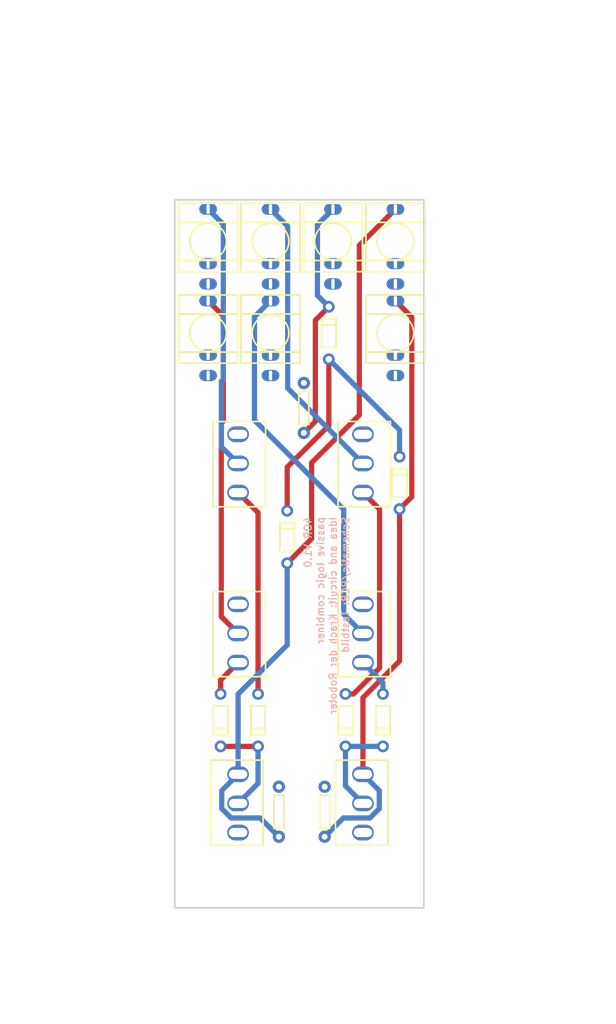
<source format=kicad_pcb>
(kicad_pcb (version 20171130) (host pcbnew "(5.1.5)-3") (page "A4") (layers (0 "F.Cu" signal) (31 "B.Cu" signal) (32 "B.Adhes" user) (33 "F.Adhes" user) (34 "B.Paste" user) (35 "F.Paste" user) (36 "B.SilkS" user) (37 "F.SilkS" user) (38 "B.Mask" user) (39 "F.Mask" user) (40 "Dwgs.User" user) (41 "Cmts.User" user) (42 "Eco1.User" user) (43 "Eco2.User" user) (44 "Edge.Cuts" user) (45 "Margin" user) (46 "B.CrtYd" user) (47 "F.CrtYd" user) (48 "B.Fab" user hide) (49 "F.Fab" user hide)) (net 0 "") (net 1 "D2_1") (net 2 "D2_2") (net 3 "D5_2") (net 4 "GND") (net 5 "J1_3") (net 6 "J3_3") (net 7 "J4_3") (net 8 "J5_3") (net 9 "J6_3") (net 10 "J7_3") (net 11 "U2_1") (net 12 "U2_2") (net 13 "U3_2") (net 14 "U4_2") (net 15 "U6_1") (segment (start 33.783 154.539) (end 30.846 151.602) (width 0.8) (layer "B.Cu") (net 7)) (segment (start 30.846 151.602) (end 30.846 135.627) (width 0.8) (layer "B.Cu") (net 7)) (segment (start 30.846 135.627) (end 17.231 122.011) (width 0.8) (layer "B.Cu") (net 7)) (segment (start 17.231 122.011) (end 17.231 106.246) (width 0.8) (layer "B.Cu") (net 7)) (segment (start 17.231 106.246) (end 19.685 103.792) (width 0.8) (layer "B.Cu") (net 7)) (segment (start 14.733 128.61) (end 12.182 126.06) (width 0.8) (layer "B.Cu") (net 5)) (segment (start 12.182 126.06) (end 12.182 116.103) (width 0.8) (layer "B.Cu") (net 5)) (segment (start 12.182 116.103) (end 12.48 115.806) (width 0.8) (layer "B.Cu") (net 5)) (segment (start 12.48 115.806) (end 12.48 92.142) (width 0.8) (layer "B.Cu") (net 5)) (segment (start 12.48 92.142) (end 10.16 89.822) (width 0.8) (layer "B.Cu") (net 5)) (segment (start 33.783 180.467) (end 31.115 177.799) (width 0.8) (layer "B.Cu") (net 15)) (segment (start 31.115 177.799) (end 31.115 171.767) (width 0.8) (layer "B.Cu") (net 15)) (segment (start 36.83 171.767) (end 31.115 171.767) (width 0.8) (layer "B.Cu") (net 15)) (segment (start 33.783 128.61) (end 22.303 117.131) (width 0.8) (layer "B.Cu") (net 6)) (segment (start 22.303 117.131) (end 22.303 92.44) (width 0.8) (layer "B.Cu") (net 6)) (segment (start 22.303 92.44) (end 19.685 89.822) (width 0.8) (layer "B.Cu") (net 6)) (segment (start 33.783 158.984) (end 36.83 162.031) (width 0.8) (layer "B.Cu") (net 14)) (segment (start 36.83 162.031) (end 36.83 163.767) (width 0.8) (layer "B.Cu") (net 14)) (segment (start 28.575 112.712) (end 39.37 123.507) (width 0.8) (layer "B.Cu") (net 3)) (segment (start 39.37 123.507) (end 39.37 127.572) (width 0.8) (layer "B.Cu") (net 3)) (segment (start 20.955 185.547) (end 18.098 182.69) (width 0.8) (layer "B.Cu") (net 8)) (segment (start 18.098 182.69) (end 13.67 182.69) (width 0.8) (layer "B.Cu") (net 8)) (segment (start 13.67 182.69) (end 12.243 181.263) (width 0.8) (layer "B.Cu") (net 8)) (segment (start 12.243 181.263) (end 12.243 178.512) (width 0.8) (layer "B.Cu") (net 8)) (segment (start 12.243 178.512) (end 14.733 176.022) (width 0.8) (layer "B.Cu") (net 8)) (segment (start 14.733 176.022) (end 14.733 163.792) (width 0.8) (layer "B.Cu") (net 8)) (segment (start 14.733 163.792) (end 22.225 156.3) (width 0.8) (layer "B.Cu") (net 8)) (segment (start 22.225 156.3) (end 22.225 143.827) (width 0.8) (layer "B.Cu") (net 8)) (segment (start 33.783 176.022) (end 36.272 178.512) (width 0.8) (layer "B.Cu") (net 9)) (segment (start 36.272 178.512) (end 36.272 181.263) (width 0.8) (layer "B.Cu") (net 9)) (segment (start 36.272 181.263) (end 34.845 182.69) (width 0.8) (layer "B.Cu") (net 9)) (segment (start 34.845 182.69) (end 30.797 182.69) (width 0.8) (layer "B.Cu") (net 9)) (segment (start 30.797 182.69) (end 27.94 185.547) (width 0.8) (layer "B.Cu") (net 9)) (segment (start 14.733 180.467) (end 17.78 177.42) (width 0.8) (layer "B.Cu") (net 2)) (segment (start 17.78 177.42) (end 17.78 171.767) (width 0.8) (layer "B.Cu") (net 2)) (segment (start 28.575 104.712) (end 26.84 102.977) (width 0.8) (layer "B.Cu") (net 10)) (segment (start 26.84 102.977) (end 26.84 92.192) (width 0.8) (layer "B.Cu") (net 10)) (segment (start 26.84 92.192) (end 29.21 89.822) (width 0.8) (layer "B.Cu") (net 10)) (zone (net 4) (net_name "GND") (layer "B.Cu") (hatch edge 0.508) (connect_pads (clearance 0.254)) (polygon (pts (xy 0.635 86.487) (xy 55.245 86.487) (xy 58.42 89.662) (xy 58.42 152.527) (xy 48.895 162.052) (xy 49.53 196.977) (xy 47.625 198.882) (xy 0.635 198.882) (xy -1.27 196.977) (xy -0.635 196.342)))) (gr_text "4OR V1.0" (at 25.4 136.652 90) (layer "B.SilkS") (effects (font (size 1.1 1.1) (thickness 0.203)) (justify left mirror))) (gr_text "passive logic combiner" (at 27.305 136.652 90) (layer "B.SilkS") (effects (font (size 1.1 1.1) (thickness 0.203)) (justify left mirror))) (gr_text "Idea and circuit: Krach der Roboter" (at 29.21 136.652 90) (layer "B.SilkS") (effects (font (size 1.1 1.1) (thickness 0.203)) (justify left mirror))) (gr_text "Schematic/PCB: Testbild" (at 31.115 136.652 90) (layer "B.SilkS") (effects (font (size 1.1 1.1) (thickness 0.203)) (justify left mirror))) (gr_line (start 5.08 88.392) (end 43.08 88.392) (width 0.254) (layer "Edge.Cuts")) (gr_line (start 43.08 88.392) (end 43.08 196.392) (width 0.254) (layer "Edge.Cuts")) (gr_line (start 43.08 196.392) (end 5.08 196.392) (width 0.254) (layer "Edge.Cuts")) (gr_line (start 5.08 196.392) (end 5.08 88.392) (width 0.254) (layer "Edge.Cuts")) (segment (start 14.733 158.984) (end 12.065 161.651) (width 0.8) (layer "F.Cu") (net 12)) (segment (start 12.065 161.651) (end 12.065 163.767) (width 0.8) (layer "F.Cu") (net 12)) (segment (start 28.575 112.712) (end 28.575 122.832) (width 0.8) (layer "F.Cu") (net 3)) (segment (start 28.575 122.832) (end 22.225 129.182) (width 0.8) (layer "F.Cu") (net 3)) (segment (start 22.225 129.182) (end 22.225 135.827) (width 0.8) (layer "F.Cu") (net 3)) (segment (start 38.735 89.822) (end 33.226 95.331) (width 0.8) (layer "F.Cu") (net 8)) (segment (start 33.226 95.331) (end 33.226 121.226) (width 0.8) (layer "F.Cu") (net 8)) (segment (start 33.226 121.226) (end 25.949 128.503) (width 0.8) (layer "F.Cu") (net 8)) (segment (start 25.949 128.503) (end 25.949 140.103) (width 0.8) (layer "F.Cu") (net 8)) (segment (start 25.949 140.103) (end 22.225 143.827) (width 0.8) (layer "F.Cu") (net 8)) (segment (start 33.783 176.022) (end 33.783 164.329) (width 0.8) (layer "F.Cu") (net 9)) (segment (start 33.783 164.329) (end 39.37 158.741) (width 0.8) (layer "F.Cu") (net 9)) (segment (start 39.37 158.741) (end 39.37 135.572) (width 0.8) (layer "F.Cu") (net 9)) (segment (start 38.735 103.792) (end 41.238 106.295) (width 0.8) (layer "F.Cu") (net 9)) (segment (start 41.238 106.295) (end 41.238 133.704) (width 0.8) (layer "F.Cu") (net 9)) (segment (start 41.238 133.704) (end 39.37 135.572) (width 0.8) (layer "F.Cu") (net 9)) (segment (start 17.78 171.767) (end 12.065 171.767) (width 0.8) (layer "F.Cu") (net 2)) (segment (start 24.765 123.952) (end 26.522 122.195) (width 0.8) (layer "F.Cu") (net 10)) (segment (start 26.522 122.195) (end 26.522 106.765) (width 0.8) (layer "F.Cu") (net 10)) (segment (start 26.522 106.765) (end 28.575 104.712) (width 0.8) (layer "F.Cu") (net 10)) (segment (start 33.783 133.055) (end 36.322 135.595) (width 0.8) (layer "F.Cu") (net 13)) (segment (start 36.322 135.595) (end 36.322 159.797) (width 0.8) (layer "F.Cu") (net 13)) (segment (start 36.322 159.797) (end 32.352 163.767) (width 0.8) (layer "F.Cu") (net 13)) (segment (start 32.352 163.767) (end 31.115 163.767) (width 0.8) (layer "F.Cu") (net 13)) (segment (start 14.733 133.055) (end 17.78 136.103) (width 0.8) (layer "F.Cu") (net 1)) (segment (start 17.78 136.103) (end 17.78 163.767) (width 0.8) (layer "F.Cu") (net 1)) (segment (start 14.733 154.539) (end 12.172 151.978) (width 0.8) (layer "F.Cu") (net 11)) (segment (start 12.172 151.978) (end 12.172 122.454) (width 0.8) (layer "F.Cu") (net 11)) (segment (start 12.172 122.454) (end 12.475 122.151) (width 0.8) (layer "F.Cu") (net 11)) (segment (start 12.475 122.151) (end 12.475 106.107) (width 0.8) (layer "F.Cu") (net 11)) (segment (start 12.475 106.107) (end 10.16 103.792) (width 0.8) (layer "F.Cu") (net 11)) (zone (net 4) (net_name "GND") (layer "F.Cu") (hatch edge 0.508) (connect_pads (clearance 0.254)) (polygon (pts (xy -18.415 57.912) (xy 1.27 77.597) (xy 72.39 77.597) (xy 58.42 91.567) (xy 58.42 194.437) (xy 38.735 214.122) (xy 11.43 214.122) (xy -13.97 188.722) (xy -19.685 188.722) (xy -21.59 188.722)))) (module "easyeda:DO-35_BD2.0-L4.0-P8.00-D0.5-FD" (layer "F.Cu") (at 12.065 167.767 -90) (fp_text value "1N4148" (at 2.54 -2.54 90) (layer "F.Fab") (effects (font (size 1.143 1.143) (thickness 0.152)) (justify left))) (fp_text reference "D1" (at -0.254 -1.524 -90) (layer "F.SilkS") hide (effects (font (size 1.143 1.143) (thickness 0.152)) (justify left))) (fp_line (start 2.2 1.1) (end -2.2 1.1) (width 0.254) (layer "F.SilkS")) (fp_line (start 2.2 -1.1) (end -2.2 -1.1) (width 0.254) (layer "F.SilkS")) (fp_line (start 2.2 1.1) (end 2.2 -1.1) (width 0.254) (layer "F.SilkS")) (fp_line (start -2.2 1.1) (end -2.2 -1.1) (width 0.254) (layer "F.SilkS")) (fp_line (start 1.261 1.1) (end 1.261 -1.1) (width 0.254) (layer "F.SilkS")) (pad 1 thru_hole circle (at -4 0 -90) (size 1.8 1.8) (layers "*.Cu" "*.Paste" "*.Mask") (drill 1) (net 12 "U2_2")) (pad 2 thru_hole circle (at 4 0 -90) (size 1.8 1.8) (layers "*.Cu" "*.Paste" "*.Mask") (drill 1) (net 2 "D2_2")) (fp_text user gge620e2a0672625b0d (at 0 0) (layer "Cmts.User") (effects (font (size 1 1) (thickness 0.15))))) (module "easyeda:DO-35_BD2.0-L4.0-P8.00-D0.5-FD" (layer "F.Cu") (at 17.78 167.767 -90) (fp_text value "1N4148" (at 2.54 -2.54 90) (layer "F.Fab") (effects (font (size 1.143 1.143) (thickness 0.152)) (justify left))) (fp_text reference "D2" (at -0.254 -1.524 -90) (layer "F.SilkS") hide (effects (font (size 1.143 1.143) (thickness 0.152)) (justify left))) (fp_line (start 2.2 1.1) (end -2.2 1.1) (width 0.254) (layer "F.SilkS")) (fp_line (start 2.2 -1.1) (end -2.2 -1.1) (width 0.254) (layer "F.SilkS")) (fp_line (start 2.2 1.1) (end 2.2 -1.1) (width 0.254) (layer "F.SilkS")) (fp_line (start -2.2 1.1) (end -2.2 -1.1) (width 0.254) (layer "F.SilkS")) (fp_line (start 1.261 1.1) (end 1.261 -1.1) (width 0.254) (layer "F.SilkS")) (pad 1 thru_hole circle (at -4 0 -90) (size 1.8 1.8) (layers "*.Cu" "*.Paste" "*.Mask") (drill 1) (net 1 "D2_1")) (pad 2 thru_hole circle (at 4 0 -90) (size 1.8 1.8) (layers "*.Cu" "*.Paste" "*.Mask") (drill 1) (net 2 "D2_2")) (fp_text user gge742efe8534eacd41 (at 0 0) (layer "Cmts.User") (effects (font (size 1 1) (thickness 0.15))))) (module "easyeda:DO-35_BD2.0-L4.0-P8.00-D0.5-FD" (layer "F.Cu") (at 31.115 167.767 -90) (fp_text value "1N4148" (at 2.54 -2.54 90) (layer "F.Fab") (effects (font (size 1.143 1.143) (thickness 0.152)) (justify left))) (fp_text reference "D3" (at -0.254 -1.524 -90) (layer "F.SilkS") hide (effects (font (size 1.143 1.143) (thickness 0.152)) (justify left))) (fp_line (start 2.2 1.1) (end -2.2 1.1) (width 0.254) (layer "F.SilkS")) (fp_line (start 2.2 -1.1) (end -2.2 -1.1) (width 0.254) (layer "F.SilkS")) (fp_line (start 2.2 1.1) (end 2.2 -1.1) (width 0.254) (layer "F.SilkS")) (fp_line (start -2.2 1.1) (end -2.2 -1.1) (width 0.254) (layer "F.SilkS")) (fp_line (start 1.261 1.1) (end 1.261 -1.1) (width 0.254) (layer "F.SilkS")) (pad 1 thru_hole circle (at -4 0 -90) (size 1.8 1.8) (layers "*.Cu" "*.Paste" "*.Mask") (drill 1) (net 13 "U3_2")) (pad 2 thru_hole circle (at 4 0 -90) (size 1.8 1.8) (layers "*.Cu" "*.Paste" "*.Mask") (drill 1) (net 15 "U6_1")) (fp_text user gge2fccff9b6eab9328 (at 0 0) (layer "Cmts.User") (effects (font (size 1 1) (thickness 0.15))))) (module "easyeda:DO-35_BD2.0-L4.0-P8.00-D0.5-FD" (layer "F.Cu") (at 36.83 167.767 -90) (fp_text value "1N4148" (at 2.54 -2.54 90) (layer "F.Fab") (effects (font (size 1.143 1.143) (thickness 0.152)) (justify left))) (fp_text reference "D4" (at -0.254 -1.524 -90) (layer "F.SilkS") hide (effects (font (size 1.143 1.143) (thickness 0.152)) (justify left))) (fp_line (start 2.2 1.1) (end -2.2 1.1) (width 0.254) (layer "F.SilkS")) (fp_line (start 2.2 -1.1) (end -2.2 -1.1) (width 0.254) (layer "F.SilkS")) (fp_line (start 2.2 1.1) (end 2.2 -1.1) (width 0.254) (layer "F.SilkS")) (fp_line (start -2.2 1.1) (end -2.2 -1.1) (width 0.254) (layer "F.SilkS")) (fp_line (start 1.261 1.1) (end 1.261 -1.1) (width 0.254) (layer "F.SilkS")) (pad 1 thru_hole circle (at -4 0 -90) (size 1.8 1.8) (layers "*.Cu" "*.Paste" "*.Mask") (drill 1) (net 14 "U4_2")) (pad 2 thru_hole circle (at 4 0 -90) (size 1.8 1.8) (layers "*.Cu" "*.Paste" "*.Mask") (drill 1) (net 15 "U6_1")) (fp_text user ggeee7960a785637c83 (at 0 0) (layer "Cmts.User") (effects (font (size 1 1) (thickness 0.15))))) (module "easyeda:DO-35_BD2.0-L4.0-P8.00-D0.5-FD" (layer "F.Cu") (at 22.225 139.827 90) (fp_text value "1N4148" (at -3.175 -1.905 90) (layer "F.Fab") (effects (font (size 1.143 1.143) (thickness 0.152)) (justify left))) (fp_text reference "D5" (at -0.254 -1.524 90) (layer "F.SilkS") hide (effects (font (size 1.143 1.143) (thickness 0.152)) (justify left))) (fp_line (start 2.2 1.1) (end -2.2 1.1) (width 0.254) (layer "F.SilkS")) (fp_line (start 2.2 -1.1) (end -2.2 -1.1) (width 0.254) (layer "F.SilkS")) (fp_line (start 2.2 1.1) (end 2.2 -1.1) (width 0.254) (layer "F.SilkS")) (fp_line (start -2.2 1.1) (end -2.2 -1.1) (width 0.254) (layer "F.SilkS")) (fp_line (start 1.261 1.1) (end 1.261 -1.1) (width 0.254) (layer "F.SilkS")) (pad 1 thru_hole circle (at -4 0 90) (size 1.8 1.8) (layers "*.Cu" "*.Paste" "*.Mask") (drill 1) (net 8 "J5_3")) (pad 2 thru_hole circle (at 4 0 90) (size 1.8 1.8) (layers "*.Cu" "*.Paste" "*.Mask") (drill 1) (net 3 "D5_2")) (fp_text user ggeca15c32919154042 (at 0 0) (layer "Cmts.User") (effects (font (size 1 1) (thickness 0.15))))) (module "easyeda:DO-35_BD2.0-L4.0-P8.00-D0.5-FD" (layer "F.Cu") (at 39.37 131.572 90) (fp_text value "1N4148" (at -2.54 2.54 90) (layer "F.Fab") (effects (font (size 1.143 1.143) (thickness 0.152)) (justify left))) (fp_text reference "D6" (at -0.254 -1.524 90) (layer "F.SilkS") hide (effects (font (size 1.143 1.143) (thickness 0.152)) (justify left))) (fp_line (start 2.2 1.1) (end -2.2 1.1) (width 0.254) (layer "F.SilkS")) (fp_line (start 2.2 -1.1) (end -2.2 -1.1) (width 0.254) (layer "F.SilkS")) (fp_line (start 2.2 1.1) (end 2.2 -1.1) (width 0.254) (layer "F.SilkS")) (fp_line (start -2.2 1.1) (end -2.2 -1.1) (width 0.254) (layer "F.SilkS")) (fp_line (start 1.261 1.1) (end 1.261 -1.1) (width 0.254) (layer "F.SilkS")) (pad 1 thru_hole circle (at -4 0 90) (size 1.8 1.8) (layers "*.Cu" "*.Paste" "*.Mask") (drill 1) (net 9 "J6_3")) (pad 2 thru_hole circle (at 4 0 90) (size 1.8 1.8) (layers "*.Cu" "*.Paste" "*.Mask") (drill 1) (net 3 "D5_2")) (fp_text user ggef97adf40e265876b (at 0 0) (layer "Cmts.User") (effects (font (size 1 1) (thickness 0.15))))) (module "easyeda:THONKICONN_1" (layer "F.Cu") (at 10.16 94.742) (fp_text value "IN1" (at -3.175 0.635 90) (layer "F.Fab") (effects (font (size 0.9 0.9) (thickness 0.152)) (justify left))) (fp_text reference "J1" (at 0 -6.35 0) (layer "F.SilkS") hide (effects (font (size 1.143 1.143) (thickness 0.152)) (justify left))) (fp_arc (start 0 0) (end -2.794 0) (angle 180) (width 0.254) (layer "F.SilkS")) (fp_arc (start 0 0) (end 2.794 0) (angle 180) (width 0.254) (layer "F.SilkS")) (fp_line (start -4.5 -5.805) (end 4.5 -5.805) (width 0.254) (layer "F.SilkS")) (fp_line (start 4.5 -5.805) (end 4.5 2.905) (width 0.254) (layer "F.SilkS")) (fp_line (start 4.5 2.905) (end -4.5 2.905) (width 0.254) (layer "F.SilkS")) (fp_line (start -4.5 2.905) (end -4.5 -5.805) (width 0.254) (layer "F.SilkS")) (fp_line (start -4.5 -2.905) (end 4.5 -2.905) (width 0.254) (layer "F.SilkS")) (fp_line (start 4.5 -2.905) (end 4.5 4.605) (width 0.254) (layer "F.SilkS")) (fp_line (start 4.5 4.605) (end -4.5 4.605) (width 0.254) (layer "F.SilkS")) (fp_line (start -4.5 4.605) (end -4.5 -2.905) (width 0.254) (layer "F.SilkS")) (pad "" np_thru_hole circle (at 0 0) (size 3 3) (drill 3) (layers "*.Cu" "*.Mask")) (pad 3 thru_hole oval (at 0 -4.92 0) (size 2.7 1.7) (layers "*.Cu" "*.Paste" "*.Mask") (drill oval 0.5 1.5) (net 5 "J1_3")) (pad 2 thru_hole oval (at 0 3.38 0) (size 2.7 1.7) (layers "*.Cu" "*.Paste" "*.Mask") (drill oval 0.5 1.5) (net 4 "GND")) (pad 1 thru_hole oval (at 0 6.48 0) (size 2.7 1.7) (layers "*.Cu" "*.Paste" "*.Mask") (drill oval 0.5 1.5) (net 4 "GND")) (fp_text user gge7a8692f0c4690102 (at 0 0) (layer "Cmts.User") (effects (font (size 1 1) (thickness 0.15))))) (module "easyeda:THONKICONN_1" (layer "F.Cu") (at 10.16 108.712) (fp_text value "IN2" (at -3.175 0.635 90) (layer "F.Fab") (effects (font (size 0.9 0.9) (thickness 0.152)) (justify left))) (fp_text reference "J2" (at 0 -6.35 0) (layer "F.SilkS") hide (effects (font (size 1.143 1.143) (thickness 0.152)) (justify left))) (fp_arc (start 0 0) (end -2.794 0) (angle 180) (width 0.254) (layer "F.SilkS")) (fp_arc (start 0 0) (end 2.794 0) (angle 180) (width 0.254) (layer "F.SilkS")) (fp_line (start -4.5 -5.805) (end 4.5 -5.805) (width 0.254) (layer "F.SilkS")) (fp_line (start 4.5 -5.805) (end 4.5 2.905) (width 0.254) (layer "F.SilkS")) (fp_line (start 4.5 2.905) (end -4.5 2.905) (width 0.254) (layer "F.SilkS")) (fp_line (start -4.5 2.905) (end -4.5 -5.805) (width 0.254) (layer "F.SilkS")) (fp_line (start -4.5 -2.905) (end 4.5 -2.905) (width 0.254) (layer "F.SilkS")) (fp_line (start 4.5 -2.905) (end 4.5 4.605) (width 0.254) (layer "F.SilkS")) (fp_line (start 4.5 4.605) (end -4.5 4.605) (width 0.254) (layer "F.SilkS")) (fp_line (start -4.5 4.605) (end -4.5 -2.905) (width 0.254) (layer "F.SilkS")) (pad "" np_thru_hole circle (at 0 0) (size 3 3) (drill 3) (layers "*.Cu" "*.Mask")) (pad 3 thru_hole oval (at 0 -4.92 0) (size 2.7 1.7) (layers "*.Cu" "*.Paste" "*.Mask") (drill oval 0.5 1.5) (net 11 "U2_1")) (pad 2 thru_hole oval (at 0 3.38 0) (size 2.7 1.7) (layers "*.Cu" "*.Paste" "*.Mask") (drill oval 0.5 1.5) (net 4 "GND")) (pad 1 thru_hole oval (at 0 6.48 0) (size 2.7 1.7) (layers "*.Cu" "*.Paste" "*.Mask") (drill oval 0.5 1.5) (net 4 "GND")) (fp_text user gged409f4d54388b919 (at 0 0) (layer "Cmts.User") (effects (font (size 1 1) (thickness 0.15))))) (module "easyeda:THONKICONN_1" (layer "F.Cu") (at 19.685 94.742) (fp_text value "IN3" (at -3.175 0.635 90) (layer "F.Fab") (effects (font (size 0.9 0.9) (thickness 0.152)) (justify left))) (fp_text reference "J3" (at 0 -6.35 0) (layer "F.SilkS") hide (effects (font (size 1.143 1.143) (thickness 0.152)) (justify left))) (fp_arc (start 0 0) (end -2.794 0) (angle 180) (width 0.254) (layer "F.SilkS")) (fp_arc (start 0 0) (end 2.794 0) (angle 180) (width 0.254) (layer "F.SilkS")) (fp_line (start -4.5 -5.805) (end 4.5 -5.805) (width 0.254) (layer "F.SilkS")) (fp_line (start 4.5 -5.805) (end 4.5 2.905) (width 0.254) (layer "F.SilkS")) (fp_line (start 4.5 2.905) (end -4.5 2.905) (width 0.254) (layer "F.SilkS")) (fp_line (start -4.5 2.905) (end -4.5 -5.805) (width 0.254) (layer "F.SilkS")) (fp_line (start -4.5 -2.905) (end 4.5 -2.905) (width 0.254) (layer "F.SilkS")) (fp_line (start 4.5 -2.905) (end 4.5 4.605) (width 0.254) (layer "F.SilkS")) (fp_line (start 4.5 4.605) (end -4.5 4.605) (width 0.254) (layer "F.SilkS")) (fp_line (start -4.5 4.605) (end -4.5 -2.905) (width 0.254) (layer "F.SilkS")) (pad "" np_thru_hole circle (at 0 0) (size 3 3) (drill 3) (layers "*.Cu" "*.Mask")) (pad 3 thru_hole oval (at 0 -4.92 0) (size 2.7 1.7) (layers "*.Cu" "*.Paste" "*.Mask") (drill oval 0.5 1.5) (net 6 "J3_3")) (pad 2 thru_hole oval (at 0 3.38 0) (size 2.7 1.7) (layers "*.Cu" "*.Paste" "*.Mask") (drill oval 0.5 1.5) (net 4 "GND")) (pad 1 thru_hole oval (at 0 6.48 0) (size 2.7 1.7) (layers "*.Cu" "*.Paste" "*.Mask") (drill oval 0.5 1.5) (net 4 "GND")) (fp_text user gge9597a6468e23265f (at 0 0) (layer "Cmts.User") (effects (font (size 1 1) (thickness 0.15))))) (module "easyeda:THONKICONN_1" (layer "F.Cu") (at 19.685 108.712) (fp_text value "IN4" (at -3.175 0.635 90) (layer "F.Fab") (effects (font (size 0.9 0.9) (thickness 0.152)) (justify left))) (fp_text reference "J4" (at 0 -6.35 0) (layer "F.SilkS") hide (effects (font (size 1.143 1.143) (thickness 0.152)) (justify left))) (fp_arc (start 0 0) (end -2.794 0) (angle 180) (width 0.254) (layer "F.SilkS")) (fp_arc (start 0 0) (end 2.794 0) (angle 180) (width 0.254) (layer "F.SilkS")) (fp_line (start -4.5 -5.805) (end 4.5 -5.805) (width 0.254) (layer "F.SilkS")) (fp_line (start 4.5 -5.805) (end 4.5 2.905) (width 0.254) (layer "F.SilkS")) (fp_line (start 4.5 2.905) (end -4.5 2.905) (width 0.254) (layer "F.SilkS")) (fp_line (start -4.5 2.905) (end -4.5 -5.805) (width 0.254) (layer "F.SilkS")) (fp_line (start -4.5 -2.905) (end 4.5 -2.905) (width 0.254) (layer "F.SilkS")) (fp_line (start 4.5 -2.905) (end 4.5 4.605) (width 0.254) (layer "F.SilkS")) (fp_line (start 4.5 4.605) (end -4.5 4.605) (width 0.254) (layer "F.SilkS")) (fp_line (start -4.5 4.605) (end -4.5 -2.905) (width 0.254) (layer "F.SilkS")) (pad "" np_thru_hole circle (at 0 0) (size 3 3) (drill 3) (layers "*.Cu" "*.Mask")) (pad 3 thru_hole oval (at 0 -4.92 0) (size 2.7 1.7) (layers "*.Cu" "*.Paste" "*.Mask") (drill oval 0.5 1.5) (net 7 "J4_3")) (pad 2 thru_hole oval (at 0 3.38 0) (size 2.7 1.7) (layers "*.Cu" "*.Paste" "*.Mask") (drill oval 0.5 1.5) (net 4 "GND")) (pad 1 thru_hole oval (at 0 6.48 0) (size 2.7 1.7) (layers "*.Cu" "*.Paste" "*.Mask") (drill oval 0.5 1.5) (net 4 "GND")) (fp_text user gge5d06d86b92b28a76 (at 0 0) (layer "Cmts.User") (effects (font (size 1 1) (thickness 0.15))))) (module "easyeda:THONKICONN_1" (layer "F.Cu") (at 38.735 94.742) (fp_text value "1PLUS2" (at -3.175 2.54 90) (layer "F.Fab") (effects (font (size 0.9 0.9) (thickness 0.152)) (justify left))) (fp_text reference "J5" (at 0 -6.35 0) (layer "F.SilkS") hide (effects (font (size 1.143 1.143) (thickness 0.152)) (justify left))) (fp_arc (start 0 0) (end -2.794 0) (angle 180) (width 0.254) (layer "F.SilkS")) (fp_arc (start 0 0) (end 2.794 0) (angle 180) (width 0.254) (layer "F.SilkS")) (fp_line (start -4.5 -5.805) (end 4.5 -5.805) (width 0.254) (layer "F.SilkS")) (fp_line (start 4.5 -5.805) (end 4.5 2.905) (width 0.254) (layer "F.SilkS")) (fp_line (start 4.5 2.905) (end -4.5 2.905) (width 0.254) (layer "F.SilkS")) (fp_line (start -4.5 2.905) (end -4.5 -5.805) (width 0.254) (layer "F.SilkS")) (fp_line (start -4.5 -2.905) (end 4.5 -2.905) (width 0.254) (layer "F.SilkS")) (fp_line (start 4.5 -2.905) (end 4.5 4.605) (width 0.254) (layer "F.SilkS")) (fp_line (start 4.5 4.605) (end -4.5 4.605) (width 0.254) (layer "F.SilkS")) (fp_line (start -4.5 4.605) (end -4.5 -2.905) (width 0.254) (layer "F.SilkS")) (pad "" np_thru_hole circle (at 0 0) (size 3 3) (drill 3) (layers "*.Cu" "*.Mask")) (pad 3 thru_hole oval (at 0 -4.92 0) (size 2.7 1.7) (layers "*.Cu" "*.Paste" "*.Mask") (drill oval 0.5 1.5) (net 8 "J5_3")) (pad 2 thru_hole oval (at 0 3.38 0) (size 2.7 1.7) (layers "*.Cu" "*.Paste" "*.Mask") (drill oval 0.5 1.5)) (pad 1 thru_hole oval (at 0 6.48 0) (size 2.7 1.7) (layers "*.Cu" "*.Paste" "*.Mask") (drill oval 0.5 1.5) (net 4 "GND")) (fp_text user gge0b36e1598424c31b (at 0 0) (layer "Cmts.User") (effects (font (size 1 1) (thickness 0.15))))) (module "easyeda:THONKICONN_1" (layer "F.Cu") (at 38.735 108.712) (fp_text value "3PLUS4" (at -3.175 2.54 90) (layer "F.Fab") (effects (font (size 0.9 0.9) (thickness 0.152)) (justify left))) (fp_text reference "J6" (at 0 -6.35 0) (layer "F.SilkS") hide (effects (font (size 1.143 1.143) (thickness 0.152)) (justify left))) (fp_arc (start 0 0) (end -2.794 0) (angle 180) (width 0.254) (layer "F.SilkS")) (fp_arc (start 0 0) (end 2.794 0) (angle 180) (width 0.254) (layer "F.SilkS")) (fp_line (start -4.5 -5.805) (end 4.5 -5.805) (width 0.254) (layer "F.SilkS")) (fp_line (start 4.5 -5.805) (end 4.5 2.905) (width 0.254) (layer "F.SilkS")) (fp_line (start 4.5 2.905) (end -4.5 2.905) (width 0.254) (layer "F.SilkS")) (fp_line (start -4.5 2.905) (end -4.5 -5.805) (width 0.254) (layer "F.SilkS")) (fp_line (start -4.5 -2.905) (end 4.5 -2.905) (width 0.254) (layer "F.SilkS")) (fp_line (start 4.5 -2.905) (end 4.5 4.605) (width 0.254) (layer "F.SilkS")) (fp_line (start 4.5 4.605) (end -4.5 4.605) (width 0.254) (layer "F.SilkS")) (fp_line (start -4.5 4.605) (end -4.5 -2.905) (width 0.254) (layer "F.SilkS")) (pad "" np_thru_hole circle (at 0 0) (size 3 3) (drill 3) (layers "*.Cu" "*.Mask")) (pad 3 thru_hole oval (at 0 -4.92 0) (size 2.7 1.7) (layers "*.Cu" "*.Paste" "*.Mask") (drill oval 0.5 1.5) (net 9 "J6_3")) (pad 2 thru_hole oval (at 0 3.38 0) (size 2.7 1.7) (layers "*.Cu" "*.Paste" "*.Mask") (drill oval 0.5 1.5)) (pad 1 thru_hole oval (at 0 6.48 0) (size 2.7 1.7) (layers "*.Cu" "*.Paste" "*.Mask") (drill oval 0.5 1.5) (net 4 "GND")) (fp_text user ggef1124519e75fbb0a (at 0 0) (layer "Cmts.User") (effects (font (size 1 1) (thickness 0.15))))) (module "easyeda:THONKICONN_1" (layer "F.Cu") (at 29.21 94.742) (fp_text value "SUM" (at -3.175 0.635 90) (layer "F.Fab") (effects (font (size 0.9 0.9) (thickness 0.152)) (justify left))) (fp_text reference "J7" (at 0 -6.35 0) (layer "F.SilkS") hide (effects (font (size 1.143 1.143) (thickness 0.152)) (justify left))) (fp_arc (start 0 0) (end -2.794 0) (angle 180) (width 0.254) (layer "F.SilkS")) (fp_arc (start 0 0) (end 2.794 0) (angle 180) (width 0.254) (layer "F.SilkS")) (fp_line (start -4.5 -5.805) (end 4.5 -5.805) (width 0.254) (layer "F.SilkS")) (fp_line (start 4.5 -5.805) (end 4.5 2.905) (width 0.254) (layer "F.SilkS")) (fp_line (start 4.5 2.905) (end -4.5 2.905) (width 0.254) (layer "F.SilkS")) (fp_line (start -4.5 2.905) (end -4.5 -5.805) (width 0.254) (layer "F.SilkS")) (fp_line (start -4.5 -2.905) (end 4.5 -2.905) (width 0.254) (layer "F.SilkS")) (fp_line (start 4.5 -2.905) (end 4.5 4.605) (width 0.254) (layer "F.SilkS")) (fp_line (start 4.5 4.605) (end -4.5 4.605) (width 0.254) (layer "F.SilkS")) (fp_line (start -4.5 4.605) (end -4.5 -2.905) (width 0.254) (layer "F.SilkS")) (pad "" np_thru_hole circle (at 0 0) (size 3 3) (drill 3) (layers "*.Cu" "*.Mask")) (pad 3 thru_hole oval (at 0 -4.92 0) (size 2.7 1.7) (layers "*.Cu" "*.Paste" "*.Mask") (drill oval 0.5 1.5) (net 10 "J7_3")) (pad 2 thru_hole oval (at 0 3.38 0) (size 2.7 1.7) (layers "*.Cu" "*.Paste" "*.Mask") (drill oval 0.5 1.5)) (pad 1 thru_hole oval (at 0 6.48 0) (size 2.7 1.7) (layers "*.Cu" "*.Paste" "*.Mask") (drill oval 0.5 1.5) (net 4 "GND")) (fp_text user gge32dff52f346c821b (at 0 0) (layer "Cmts.User") (effects (font (size 1 1) (thickness 0.15))))) (module "easyeda:R_AXIAL-0.3" (layer "F.Cu") (at 20.955 181.737 90) (fp_text value "1M" (at -0.165 0.582 90) (layer "F.Fab") (effects (font (size 1.143 1.143) (thickness 0.152)) (justify left))) (fp_text reference "R1" (at 0 -1.27 90) (layer "F.SilkS") hide (effects (font (size 1.143 1.143) (thickness 0.152)) (justify left))) (fp_line (start -2.54 0) (end -2.794 0) (width 0.254) (layer "F.SilkS")) (fp_line (start 2.54 0) (end 2.794 0) (width 0.254) (layer "F.SilkS")) (fp_line (start -2.54 0) (end -2.54 -0.762) (width 0.254) (layer "F.SilkS")) (fp_line (start -2.54 0.762) (end -2.54 0) (width 0.254) (layer "F.SilkS")) (fp_line (start 2.54 0.762) (end -2.54 0.762) (width 0.254) (layer "F.SilkS")) (fp_line (start 2.54 0) (end 2.54 0.762) (width 0.254) (layer "F.SilkS")) (fp_line (start 2.54 -0.762) (end 2.54 0) (width 0.254) (layer "F.SilkS")) (fp_line (start -2.54 -0.762) (end 2.54 -0.762) (width 0.254) (layer "F.SilkS")) (pad 1 thru_hole circle (at -3.81 0 90) (size 1.88 1.88) (layers "*.Cu" "*.Paste" "*.Mask") (drill 0.899) (net 8 "J5_3")) (pad 2 thru_hole circle (at 3.81 0 90) (size 1.88 1.88) (layers "*.Cu" "*.Paste" "*.Mask") (drill 0.899) (net 4 "GND")) (fp_text user gge6f8979350ca30c4b (at 0 0) (layer "Cmts.User") (effects (font (size 1 1) (thickness 0.15))))) (module "easyeda:R_AXIAL-0.3" (layer "F.Cu") (at 24.765 120.142 90) (fp_text value "1M" (at -0.635 0.635 90) (layer "F.Fab") (effects (font (size 1.143 1.143) (thickness 0.152)) (justify left))) (fp_text reference "R2" (at 0 -1.27 90) (layer "F.SilkS") hide (effects (font (size 1.143 1.143) (thickness 0.152)) (justify left))) (fp_line (start -2.54 0) (end -2.794 0) (width 0.254) (layer "F.SilkS")) (fp_line (start 2.54 0) (end 2.794 0) (width 0.254) (layer "F.SilkS")) (fp_line (start -2.54 0) (end -2.54 -0.762) (width 0.254) (layer "F.SilkS")) (fp_line (start -2.54 0.762) (end -2.54 0) (width 0.254) (layer "F.SilkS")) (fp_line (start 2.54 0.762) (end -2.54 0.762) (width 0.254) (layer "F.SilkS")) (fp_line (start 2.54 0) (end 2.54 0.762) (width 0.254) (layer "F.SilkS")) (fp_line (start 2.54 -0.762) (end 2.54 0) (width 0.254) (layer "F.SilkS")) (fp_line (start -2.54 -0.762) (end 2.54 -0.762) (width 0.254) (layer "F.SilkS")) (pad 1 thru_hole circle (at -3.81 0 90) (size 1.88 1.88) (layers "*.Cu" "*.Paste" "*.Mask") (drill 0.899) (net 10 "J7_3")) (pad 2 thru_hole circle (at 3.81 0 90) (size 1.88 1.88) (layers "*.Cu" "*.Paste" "*.Mask") (drill 0.899) (net 4 "GND")) (fp_text user ggea2dc302bae894a25 (at 0 0) (layer "Cmts.User") (effects (font (size 1 1) (thickness 0.15))))) (module "easyeda:R_AXIAL-0.3" (layer "F.Cu") (at 27.94 181.737 90) (fp_text value "1M" (at -0.8 0.582 90) (layer "F.Fab") (effects (font (size 1.143 1.143) (thickness 0.152)) (justify left))) (fp_text reference "R3" (at 0 -1.27 90) (layer "F.SilkS") hide (effects (font (size 1.143 1.143) (thickness 0.152)) (justify left))) (fp_line (start -2.54 0) (end -2.794 0) (width 0.254) (layer "F.SilkS")) (fp_line (start 2.54 0) (end 2.794 0) (width 0.254) (layer "F.SilkS")) (fp_line (start -2.54 0) (end -2.54 -0.762) (width 0.254) (layer "F.SilkS")) (fp_line (start -2.54 0.762) (end -2.54 0) (width 0.254) (layer "F.SilkS")) (fp_line (start 2.54 0.762) (end -2.54 0.762) (width 0.254) (layer "F.SilkS")) (fp_line (start 2.54 0) (end 2.54 0.762) (width 0.254) (layer "F.SilkS")) (fp_line (start 2.54 -0.762) (end 2.54 0) (width 0.254) (layer "F.SilkS")) (fp_line (start -2.54 -0.762) (end 2.54 -0.762) (width 0.254) (layer "F.SilkS")) (pad 1 thru_hole circle (at -3.81 0 90) (size 1.88 1.88) (layers "*.Cu" "*.Paste" "*.Mask") (drill 0.899) (net 9 "J6_3")) (pad 2 thru_hole circle (at 3.81 0 90) (size 1.88 1.88) (layers "*.Cu" "*.Paste" "*.Mask") (drill 0.899) (net 4 "GND")) (fp_text user gge4b20c9631c9842fa (at 0 0) (layer "Cmts.User") (effects (font (size 1 1) (thickness 0.15))))) (module "easyeda:MINI TOGGLE SWITCH SPDT ON-ON" (layer "F.Cu") (at 14.733 128.61 90) (fp_text value "SW1" (at 1.311 -2.086 90) (layer "F.Fab") (effects (font (size 1.143 1.143) (thickness 0.152)) (justify left))) (fp_text reference "U1" (at -0.19 -4.318 90) (layer "F.SilkS") hide (effects (font (size 1.143 1.143) (thickness 0.152)) (justify left))) (fp_line (start -6.604 -3.81) (end 6.396 -3.81) (width 0.254) (layer "F.SilkS") (status 40000)) (fp_line (start 6.396 -3.81) (end 6.396 4.19) (width 0.254) (layer "F.SilkS") (status 40000)) (fp_line (start 6.396 4.19) (end -6.604 4.19) (width 0.254) (layer "F.SilkS") (status 40000)) (fp_line (start -6.604 4.19) (end -6.604 -3.81) (width 0.254) (layer "F.SilkS") (status 40000)) (pad 2 thru_hole oval (at -4.445 0 90) (size 2.4 3.3) (layers "*.Cu" "*.Paste" "*.Mask") (drill oval 1.4 2.8) (net 1 "D2_1")) (pad 1 thru_hole oval (at 0 0 90) (size 2.4 3.3) (layers "*.Cu" "*.Paste" "*.Mask") (drill oval 1.4 2.8) (net 5 "J1_3")) (pad 3 thru_hole oval (at 4.445 0 90) (size 2.4 3.3) (layers "*.Cu" "*.Paste" "*.Mask") (drill oval 1.4 2.8)) (fp_text user gge7bf93155e58dd24a (at 0 0) (layer "Cmts.User") (effects (font (size 1 1) (thickness 0.15))))) (module "easyeda:MINI TOGGLE SWITCH SPDT ON-ON" (layer "F.Cu") (at 14.733 154.539 90) (fp_text value "SW2" (at -3.49 3.682 90) (layer "F.Fab") (effects (font (size 1.143 1.143) (thickness 0.152)) (justify left))) (fp_text reference "U2" (at 0.635 -5.217 90) (layer "F.SilkS") hide (effects (font (size 1.143 1.143) (thickness 0.152)) (justify left))) (fp_line (start -6.604 -3.81) (end 6.396 -3.81) (width 0.254) (layer "F.SilkS") (status 40000)) (fp_line (start 6.396 -3.81) (end 6.396 4.19) (width 0.254) (layer "F.SilkS") (status 40000)) (fp_line (start 6.396 4.19) (end -6.604 4.19) (width 0.254) (layer "F.SilkS") (status 40000)) (fp_line (start -6.604 4.19) (end -6.604 -3.81) (width 0.254) (layer "F.SilkS") (status 40000)) (pad 2 thru_hole oval (at -4.445 0 90) (size 2.4 3.3) (layers "*.Cu" "*.Paste" "*.Mask") (drill oval 1.4 2.8) (net 12 "U2_2")) (pad 1 thru_hole oval (at 0 0 90) (size 2.4 3.3) (layers "*.Cu" "*.Paste" "*.Mask") (drill oval 1.4 2.8) (net 11 "U2_1")) (pad 3 thru_hole oval (at 4.445 0 90) (size 2.4 3.3) (layers "*.Cu" "*.Paste" "*.Mask") (drill oval 1.4 2.8)) (fp_text user gge9484a7830baa788f (at 0 0) (layer "Cmts.User") (effects (font (size 1 1) (thickness 0.15))))) (module "easyeda:MINI TOGGLE SWITCH SPDT ON-ON" (layer "F.Cu") (at 33.783 128.61 90) (fp_text value "SW3" (at 0.213 -2.032 90) (layer "F.Fab") (effects (font (size 1.143 1.143) (thickness 0.152)) (justify left))) (fp_text reference "U3" (at -0.191 -4.318 90) (layer "F.SilkS") hide (effects (font (size 1.143 1.143) (thickness 0.152)) (justify left))) (fp_line (start -6.604 -3.81) (end 6.396 -3.81) (width 0.254) (layer "F.SilkS") (status 40000)) (fp_line (start 6.396 -3.81) (end 6.396 4.19) (width 0.254) (layer "F.SilkS") (status 40000)) (fp_line (start 6.396 4.19) (end -6.604 4.19) (width 0.254) (layer "F.SilkS") (status 40000)) (fp_line (start -6.604 4.19) (end -6.604 -3.81) (width 0.254) (layer "F.SilkS") (status 40000)) (pad 2 thru_hole oval (at -4.445 0 90) (size 2.4 3.3) (layers "*.Cu" "*.Paste" "*.Mask") (drill oval 1.4 2.8) (net 13 "U3_2")) (pad 1 thru_hole oval (at 0 0 90) (size 2.4 3.3) (layers "*.Cu" "*.Paste" "*.Mask") (drill oval 1.4 2.8) (net 6 "J3_3")) (pad 3 thru_hole oval (at 4.445 0 90) (size 2.4 3.3) (layers "*.Cu" "*.Paste" "*.Mask") (drill oval 1.4 2.8)) (fp_text user gge30529219db1a7324 (at 0 0) (layer "Cmts.User") (effects (font (size 1 1) (thickness 0.15))))) (module "easyeda:MINI TOGGLE SWITCH SPDT ON-ON" (layer "F.Cu") (at 33.783 154.539 90) (fp_text value "SW4" (at 0.635 -2.033 90) (layer "F.Fab") (effects (font (size 1.143 1.143) (thickness 0.152)) (justify left))) (fp_text reference "U4" (at -0.191 -4.318 90) (layer "F.SilkS") hide (effects (font (size 1.143 1.143) (thickness 0.152)) (justify left))) (fp_line (start -6.604 -3.81) (end 6.396 -3.81) (width 0.254) (layer "F.SilkS") (status 40000)) (fp_line (start 6.396 -3.81) (end 6.396 4.19) (width 0.254) (layer "F.SilkS") (status 40000)) (fp_line (start 6.396 4.19) (end -6.604 4.19) (width 0.254) (layer "F.SilkS") (status 40000)) (fp_line (start -6.604 4.19) (end -6.604 -3.81) (width 0.254) (layer "F.SilkS") (status 40000)) (pad 2 thru_hole oval (at -4.445 0 90) (size 2.4 3.3) (layers "*.Cu" "*.Paste" "*.Mask") (drill oval 1.4 2.8) (net 14 "U4_2")) (pad 1 thru_hole oval (at 0 0 90) (size 2.4 3.3) (layers "*.Cu" "*.Paste" "*.Mask") (drill oval 1.4 2.8) (net 7 "J4_3")) (pad 3 thru_hole oval (at 4.445 0 90) (size 2.4 3.3) (layers "*.Cu" "*.Paste" "*.Mask") (drill oval 1.4 2.8) (net 4 "GND")) (fp_text user ggeed8f07f708329325 (at 0 0) (layer "Cmts.User") (effects (font (size 1 1) (thickness 0.15))))) (module "easyeda:MINI TOGGLE SWITCH SPDT ON-ON" (layer "F.Cu") (at 14.733 180.467 -90) (fp_text value "SW1P2" (at 2.311 -3.502 90) (layer "F.Fab") (effects (font (size 1.143 1.143) (thickness 0.152)) (justify left))) (fp_text reference "U5" (at -0.19 -4.318 -90) (layer "F.SilkS") hide (effects (font (size 1.143 1.143) (thickness 0.152)) (justify left))) (fp_line (start -6.604 -3.81) (end 6.396 -3.81) (width 0.254) (layer "F.SilkS") (status 40000)) (fp_line (start 6.396 -3.81) (end 6.396 4.19) (width 0.254) (layer "F.SilkS") (status 40000)) (fp_line (start 6.396 4.19) (end -6.604 4.19) (width 0.254) (layer "F.SilkS") (status 40000)) (fp_line (start -6.604 4.19) (end -6.604 -3.81) (width 0.254) (layer "F.SilkS") (status 40000)) (pad 2 thru_hole oval (at -4.445 0 -90) (size 2.4 3.3) (layers "*.Cu" "*.Paste" "*.Mask") (drill oval 1.4 2.8) (net 8 "J5_3")) (pad 1 thru_hole oval (at 0 0 -90) (size 2.4 3.3) (layers "*.Cu" "*.Paste" "*.Mask") (drill oval 1.4 2.8) (net 2 "D2_2")) (pad 3 thru_hole oval (at 4.445 0 -90) (size 2.4 3.3) (layers "*.Cu" "*.Paste" "*.Mask") (drill oval 1.4 2.8)) (fp_text user ggef1bbdfd675c5b4c1 (at 0 0) (layer "Cmts.User") (effects (font (size 1 1) (thickness 0.15))))) (module "easyeda:MINI TOGGLE SWITCH SPDT ON-ON" (layer "F.Cu") (at 33.783 180.467 -90) (fp_text value "SW3P4" (at 2.832 -3.249 90) (layer "F.Fab") (effects (font (size 1.143 1.143) (thickness 0.152)) (justify left))) (fp_text reference "U6" (at -0.191 -4.318 -90) (layer "F.SilkS") hide (effects (font (size 1.143 1.143) (thickness 0.152)) (justify left))) (fp_line (start -6.604 -3.81) (end 6.396 -3.81) (width 0.254) (layer "F.SilkS") (status 40000)) (fp_line (start 6.396 -3.81) (end 6.396 4.19) (width 0.254) (layer "F.SilkS") (status 40000)) (fp_line (start 6.396 4.19) (end -6.604 4.19) (width 0.254) (layer "F.SilkS") (status 40000)) (fp_line (start -6.604 4.19) (end -6.604 -3.81) (width 0.254) (layer "F.SilkS") (status 40000)) (pad 2 thru_hole oval (at -4.445 0 -90) (size 2.4 3.3) (layers "*.Cu" "*.Paste" "*.Mask") (drill oval 1.4 2.8) (net 9 "J6_3")) (pad 1 thru_hole oval (at 0 0 -90) (size 2.4 3.3) (layers "*.Cu" "*.Paste" "*.Mask") (drill oval 1.4 2.8) (net 15 "U6_1")) (pad 3 thru_hole oval (at 4.445 0 -90) (size 2.4 3.3) (layers "*.Cu" "*.Paste" "*.Mask") (drill oval 1.4 2.8)) (fp_text user gge5b59604f62d86bbf (at 0 0) (layer "Cmts.User") (effects (font (size 1 1) (thickness 0.15))))) (module "easyeda:DO-35_BD2.0-L4.0-P8.00-D0.5-FD" (layer "F.Cu") (at 28.575 108.712 90) (fp_text value "1N4148" (at -2.54 -1.27 90) (layer "F.Fab") (effects (font (size 1.143 1.143) (thickness 0.152)) (justify left))) (fp_text reference "D7" (at -0.254 -1.524 90) (layer "F.SilkS") hide (effects (font (size 1.143 1.143) (thickness 0.152)) (justify left))) (fp_line (start 2.2 1.1) (end -2.2 1.1) (width 0.254) (layer "F.SilkS")) (fp_line (start 2.2 -1.1) (end -2.2 -1.1) (width 0.254) (layer "F.SilkS")) (fp_line (start 2.2 1.1) (end 2.2 -1.1) (width 0.254) (layer "F.SilkS")) (fp_line (start -2.2 1.1) (end -2.2 -1.1) (width 0.254) (layer "F.SilkS")) (fp_line (start 1.261 1.1) (end 1.261 -1.1) (width 0.254) (layer "F.SilkS")) (pad 1 thru_hole circle (at -4 0 90) (size 1.8 1.8) (layers "*.Cu" "*.Paste" "*.Mask") (drill 1) (net 3 "D5_2")) (pad 2 thru_hole circle (at 4 0 90) (size 1.8 1.8) (layers "*.Cu" "*.Paste" "*.Mask") (drill 1) (net 10 "J7_3")) (fp_text user ggeb9dd1992df23511a (at 0 0) (layer "Cmts.User") (effects (font (size 1 1) (thickness 0.15))))))
</source>
